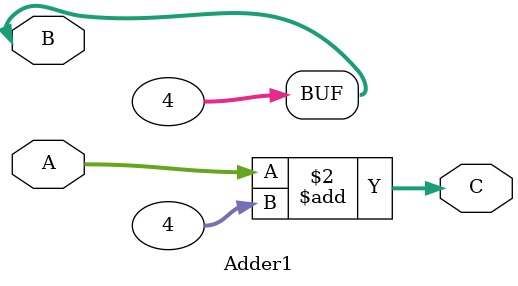
<source format=v>
`timescale 1ns/1ns

module Adder1(
		input [31:0]A,
		input [31:0]B,
		output reg[31:0]C
);

assign B = 32'b00000000000000000000000000000100;

always @*
begin
	C = A + B;
end

endmodule

</source>
